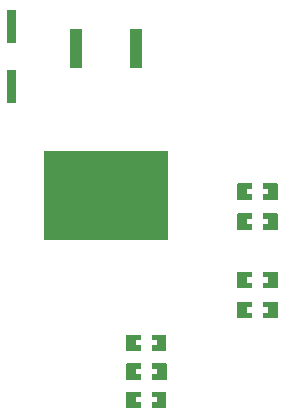
<source format=gbp>
G04 Layer: BottomPasteMaskLayer*
G04 EasyEDA v6.5.9, 2022-12-07 18:08:41*
G04 6f40e2f5e4d2417a89e148ba27438c90,5dd06754fdd742daa6fe38bf62b7df6b,10*
G04 Gerber Generator version 0.2*
G04 Scale: 100 percent, Rotated: No, Reflected: No *
G04 Dimensions in millimeters *
G04 leading zeros omitted , absolute positions ,4 integer and 5 decimal *
%FSLAX45Y45*%
%MOMM*%

%ADD10C,0.0001*%

%LPD*%
G36*
X4193184Y5809386D02*
G01*
X4188206Y5804408D01*
X4188206Y5676392D01*
X4193184Y5671413D01*
X4308195Y5671413D01*
X4313174Y5676392D01*
X4313682Y5717387D01*
X4268724Y5717387D01*
X4268724Y5762396D01*
X4312716Y5762396D01*
X4313174Y5804408D01*
X4308195Y5809386D01*
G37*
G36*
X4408220Y5809386D02*
G01*
X4403191Y5804408D01*
X4403191Y5762396D01*
X4447692Y5762396D01*
X4447692Y5717387D01*
X4403699Y5717387D01*
X4403191Y5676392D01*
X4408220Y5671413D01*
X4523181Y5671413D01*
X4528210Y5676392D01*
X4528210Y5804408D01*
X4523181Y5809386D01*
G37*
G36*
X4193184Y5555386D02*
G01*
X4188206Y5550408D01*
X4188206Y5422392D01*
X4193184Y5417413D01*
X4308195Y5417413D01*
X4313174Y5422392D01*
X4313682Y5463387D01*
X4268724Y5463387D01*
X4268724Y5508396D01*
X4312716Y5508396D01*
X4313174Y5550408D01*
X4308195Y5555386D01*
G37*
G36*
X4408220Y5555386D02*
G01*
X4403191Y5550408D01*
X4403191Y5508396D01*
X4447692Y5508396D01*
X4447692Y5463387D01*
X4403699Y5463387D01*
X4403191Y5422392D01*
X4408220Y5417413D01*
X4523181Y5417413D01*
X4528210Y5422392D01*
X4528210Y5550408D01*
X4523181Y5555386D01*
G37*
G36*
X4193184Y5060086D02*
G01*
X4188206Y5055108D01*
X4188206Y4927092D01*
X4193184Y4922113D01*
X4308195Y4922113D01*
X4313174Y4927092D01*
X4313682Y4968087D01*
X4268724Y4968087D01*
X4268724Y5013096D01*
X4312716Y5013096D01*
X4313174Y5055108D01*
X4308195Y5060086D01*
G37*
G36*
X4408220Y5060086D02*
G01*
X4403191Y5055108D01*
X4403191Y5013096D01*
X4447692Y5013096D01*
X4447692Y4968087D01*
X4403699Y4968087D01*
X4403191Y4927092D01*
X4408220Y4922113D01*
X4523181Y4922113D01*
X4528210Y4927092D01*
X4528210Y5055108D01*
X4523181Y5060086D01*
G37*
G36*
X4193184Y4806086D02*
G01*
X4188206Y4801108D01*
X4188206Y4673092D01*
X4193184Y4668113D01*
X4308195Y4668113D01*
X4313174Y4673092D01*
X4313682Y4714087D01*
X4268724Y4714087D01*
X4268724Y4759096D01*
X4312716Y4759096D01*
X4313174Y4801108D01*
X4308195Y4806086D01*
G37*
G36*
X4408220Y4806086D02*
G01*
X4403191Y4801108D01*
X4403191Y4759096D01*
X4447692Y4759096D01*
X4447692Y4714087D01*
X4403699Y4714087D01*
X4403191Y4673092D01*
X4408220Y4668113D01*
X4523181Y4668113D01*
X4528210Y4673092D01*
X4528210Y4801108D01*
X4523181Y4806086D01*
G37*
G36*
X3466541Y4526686D02*
G01*
X3461562Y4521708D01*
X3461054Y4480712D01*
X3506063Y4480712D01*
X3506063Y4435703D01*
X3462020Y4435703D01*
X3461562Y4393692D01*
X3466541Y4388713D01*
X3581552Y4388713D01*
X3586530Y4393692D01*
X3586530Y4521708D01*
X3581552Y4526686D01*
G37*
G36*
X3251555Y4526686D02*
G01*
X3246526Y4521708D01*
X3246526Y4393692D01*
X3251555Y4388713D01*
X3366566Y4388713D01*
X3371545Y4393692D01*
X3371545Y4435703D01*
X3327044Y4435703D01*
X3327044Y4480712D01*
X3371037Y4480712D01*
X3371545Y4521708D01*
X3366566Y4526686D01*
G37*
G36*
X3468420Y4285386D02*
G01*
X3463391Y4280408D01*
X3462883Y4239412D01*
X3507892Y4239412D01*
X3507892Y4194403D01*
X3463899Y4194403D01*
X3463391Y4152392D01*
X3468420Y4147413D01*
X3583381Y4147413D01*
X3588410Y4152392D01*
X3588410Y4280408D01*
X3583381Y4285386D01*
G37*
G36*
X3253384Y4285386D02*
G01*
X3248406Y4280408D01*
X3248406Y4152392D01*
X3253384Y4147413D01*
X3368395Y4147413D01*
X3373424Y4152392D01*
X3373374Y4194403D01*
X3328924Y4194403D01*
X3328924Y4239412D01*
X3372916Y4239412D01*
X3373424Y4280408D01*
X3368395Y4285386D01*
G37*
G36*
X3466541Y4044086D02*
G01*
X3461562Y4039108D01*
X3461054Y3998112D01*
X3506063Y3998112D01*
X3506063Y3953103D01*
X3462020Y3953103D01*
X3461562Y3911092D01*
X3466541Y3906113D01*
X3581552Y3906113D01*
X3586530Y3911092D01*
X3586530Y4039108D01*
X3581552Y4044086D01*
G37*
G36*
X3251555Y4044086D02*
G01*
X3246526Y4039108D01*
X3246526Y3911092D01*
X3251555Y3906113D01*
X3366566Y3906113D01*
X3371545Y3911092D01*
X3371545Y3953103D01*
X3327044Y3953103D01*
X3327044Y3998112D01*
X3371037Y3998112D01*
X3371545Y4039108D01*
X3366566Y4044086D01*
G37*
G36*
X2315400Y6489400D02*
G01*
X2315400Y6769399D01*
X2235400Y6769399D01*
X2235400Y6489400D01*
G37*
G36*
X2315400Y6997400D02*
G01*
X2315400Y7277399D01*
X2235400Y7277399D01*
X2235400Y6997400D01*
G37*
G36*
X2870499Y6781690D02*
G01*
X2772501Y6781690D01*
X2772501Y7111098D01*
X2870499Y7111098D01*
G37*
G36*
X3378499Y6781690D02*
G01*
X3280501Y6781690D01*
X3280501Y7111098D01*
X3378499Y7111098D01*
G37*
G36*
X2547180Y5326184D02*
G01*
X3603820Y5326184D01*
X3603820Y6079390D01*
X2547180Y6079390D01*
G37*
M02*

</source>
